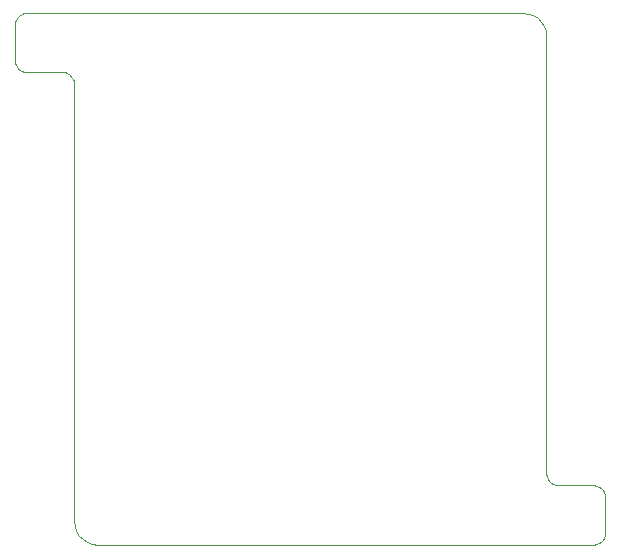
<source format=gbr>
%TF.GenerationSoftware,Altium Limited,Altium NEXUS,3.2.6 (83)*%
G04 Layer_Color=0*
%FSLAX44Y44*%
%MOMM*%
%TF.SameCoordinates,1D3023CA-0B4D-445B-B615-3EAEB33096E1*%
%TF.FilePolarity,Positive*%
%TF.FileFunction,Profile,NP*%
%TF.Part,Single*%
G01*
G75*
%TA.AperFunction,Profile*%
%ADD156C,0.0254*%
D156*
X284510Y1455839D02*
X283318Y1457735D01*
X281735Y1459318D01*
X279839Y1460510D01*
X277725Y1461249D01*
X275500Y1461500D01*
X245500D01*
X243275Y1461750D01*
X241161Y1462490D01*
X239265Y1463681D01*
X237682Y1465265D01*
X236490Y1467161D01*
X235751Y1469275D01*
X235500Y1471500D01*
Y1501500D01*
X235751Y1503725D01*
X236490Y1505839D01*
X237682Y1507735D01*
X239265Y1509318D01*
X241161Y1510510D01*
X243275Y1511249D01*
X245500Y1511500D01*
X665500D01*
X669950Y1510998D01*
X674178Y1509519D01*
X677970Y1507136D01*
X681137Y1503970D01*
X683519Y1500177D01*
X684998Y1495950D01*
X685500Y1491500D01*
Y1121500D01*
X685751Y1119275D01*
X686490Y1117161D01*
X687682Y1115265D01*
X689265Y1113681D01*
X691161Y1112490D01*
X693275Y1111751D01*
X695500Y1111500D01*
X725500D01*
X727725Y1111249D01*
X729839Y1110509D01*
X731735Y1109318D01*
X733318Y1107735D01*
X734510Y1105839D01*
X735249Y1103725D01*
X735500Y1101500D01*
Y1071500D01*
X735249Y1069275D01*
X734510Y1067161D01*
X733318Y1065265D01*
X731735Y1063681D01*
X729839Y1062490D01*
X727725Y1061751D01*
X725500Y1061500D01*
X305500D01*
X301049Y1062001D01*
X296822Y1063480D01*
X293030Y1065863D01*
X289863Y1069030D01*
X287481Y1072822D01*
X286001Y1077049D01*
X285500Y1081500D01*
X285500Y1451500D01*
X285249Y1453725D01*
X284510Y1455839D01*
%TF.MD5,c6d672dca351ea908513915e4c5ed7f0*%
M02*

</source>
